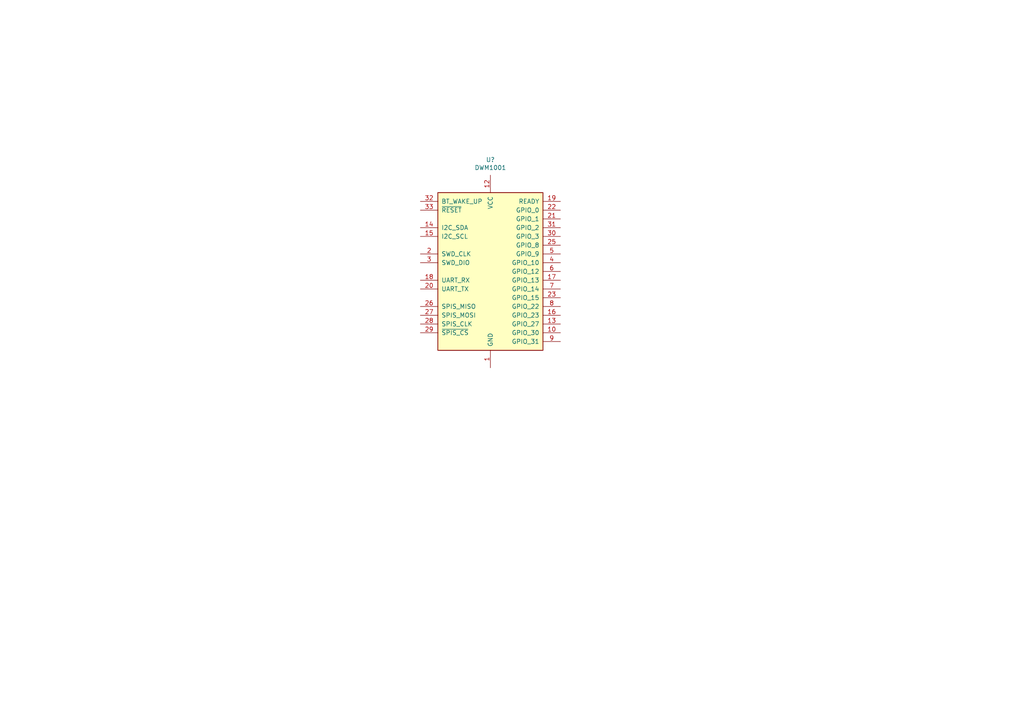
<source format=kicad_sch>
(kicad_sch (version 20200828) (generator eeschema)
  (page 1 1)
  (paper "A4")
  (lib_symbols
    (symbol "RF_Module:DWM1001" (pin_names (offset 1.016))
      (property "Reference" "U" (at -12.7 27.94 0))
      (property "Value" "DWM1001" (at -12.7 25.4 0))
      (symbol "DWM1001_0_1"
        (rectangle (start 15.24 22.86) (end -15.24 -22.86) (stroke (width 0.254)) (fill (type background)))
      )
      (symbol "DWM1001_1_1"
        (pin power_in line (at 0 -27.94 90) (length 5.08) (name "GND") (number "1"))
        (pin bidirectional line (at 20.32 -17.78 180) (length 5.08) (name "GPIO_30") (number "10"))
        (pin passive line (at 0 -27.94 90) (length 5.08) hide (name "GND") (number "11"))
        (pin power_in line (at 0 27.94 270) (length 5.08) (name "VCC") (number "12"))
        (pin bidirectional line (at 20.32 -15.24 180) (length 5.08) (name "GPIO_27") (number "13"))
        (pin bidirectional line (at -20.32 12.7 0) (length 5.08) (name "I2C_SDA") (number "14"))
        (pin output line (at -20.32 10.16 0) (length 5.08) (name "I2C_SCL") (number "15"))
        (pin bidirectional line (at 20.32 -12.7 180) (length 5.08) (name "GPIO_23") (number "16"))
        (pin bidirectional line (at 20.32 -2.54 180) (length 5.08) (name "GPIO_13") (number "17"))
        (pin input line (at -20.32 -2.54 0) (length 5.08) (name "UART_RX") (number "18"))
        (pin output line (at 20.32 20.32 180) (length 5.08) (name "READY") (number "19"))
        (pin input line (at -20.32 5.08 0) (length 5.08) (name "SWD_CLK") (number "2"))
        (pin output line (at -20.32 -5.08 0) (length 5.08) (name "UART_TX") (number "20"))
        (pin bidirectional line (at 20.32 15.24 180) (length 5.08) (name "GPIO_1") (number "21"))
        (pin bidirectional line (at 20.32 17.78 180) (length 5.08) (name "GPIO_0") (number "22"))
        (pin bidirectional line (at 20.32 -7.62 180) (length 5.08) (name "GPIO_15") (number "23"))
        (pin passive line (at 0 -27.94 90) (length 5.08) hide (name "GND") (number "24"))
        (pin bidirectional line (at 20.32 7.62 180) (length 5.08) (name "GPIO_8") (number "25"))
        (pin output line (at -20.32 -10.16 0) (length 5.08) (name "SPIS_MISO") (number "26"))
        (pin tri_state line (at -20.32 -12.7 0) (length 5.08) (name "SPIS_MOSI") (number "27"))
        (pin input line (at -20.32 -15.24 0) (length 5.08) (name "SPIS_CLK") (number "28"))
        (pin input line (at -20.32 -17.78 0) (length 5.08) (name "~SPIS_CS") (number "29"))
        (pin bidirectional line (at -20.32 2.54 0) (length 5.08) (name "SWD_DIO") (number "3"))
        (pin bidirectional line (at 20.32 10.16 180) (length 5.08) (name "GPIO_3") (number "30"))
        (pin bidirectional line (at 20.32 12.7 180) (length 5.08) (name "GPIO_2") (number "31"))
        (pin input line (at -20.32 20.32 0) (length 5.08) (name "BT_WAKE_UP") (number "32"))
        (pin input line (at -20.32 17.78 0) (length 5.08) (name "~RESET") (number "33"))
        (pin passive line (at 0 -27.94 90) (length 5.08) hide (name "GND") (number "34"))
        (pin bidirectional line (at 20.32 2.54 180) (length 5.08) (name "GPIO_10") (number "4"))
        (pin bidirectional line (at 20.32 5.08 180) (length 5.08) (name "GPIO_9") (number "5"))
        (pin bidirectional line (at 20.32 0 180) (length 5.08) (name "GPIO_12") (number "6"))
        (pin bidirectional line (at 20.32 -5.08 180) (length 5.08) (name "GPIO_14") (number "7"))
        (pin bidirectional line (at 20.32 -10.16 180) (length 5.08) (name "GPIO_22") (number "8"))
        (pin bidirectional line (at 20.32 -20.32 180) (length 5.08) (name "GPIO_31") (number "9"))
      )
    )
  )
  (symbol (lib_id "RF_Module:DWM1001") (at 142.24 78.74 0) (unit 1)
    (property "Reference" "U?" (at 142.24 46.3358 0))
    (property "Value" "DWM1001" (at 142.24 48.6345 0))
    (property "Footprint" "RF_Module:DecaWave_DWM1001" (effects hide))
    (property "Datasheet" "https://www.decawave.com/sites/default/files/dwm1001_datasheet.pdf" (effects hide))
  )
)
</source>
